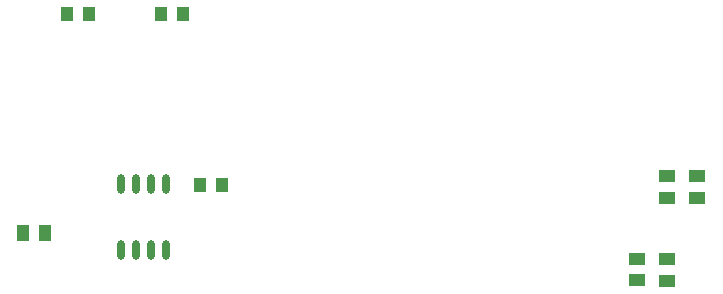
<source format=gbr>
%TF.GenerationSoftware,Altium Limited,Altium Designer,19.1.8 (144)*%
G04 Layer_Color=128*
%FSLAX26Y26*%
%MOIN*%
%TF.FileFunction,Paste,Bot*%
%TF.Part,Single*%
G01*
G75*
%TA.AperFunction,SMDPad,CuDef*%
%ADD10R,0.041339X0.055118*%
%ADD20R,0.041339X0.051181*%
%ADD21R,0.055118X0.041339*%
%ADD22O,0.025591X0.064961*%
D10*
X486417Y1070000D02*
D03*
X413583D02*
D03*
D20*
X632835Y1800000D02*
D03*
X560000D02*
D03*
X873583D02*
D03*
X946417D02*
D03*
X1003583Y1230000D02*
D03*
X1076417D02*
D03*
D21*
X2560000Y1261417D02*
D03*
Y1188583D02*
D03*
X2460000Y986417D02*
D03*
Y913583D02*
D03*
X2560000Y912165D02*
D03*
Y985000D02*
D03*
X2660000Y1187165D02*
D03*
Y1260000D02*
D03*
D22*
X740000Y1236220D02*
D03*
X790000D02*
D03*
X840000D02*
D03*
X790000Y1013779D02*
D03*
X840000D02*
D03*
X740000D02*
D03*
X890000Y1236220D02*
D03*
Y1013779D02*
D03*
%TF.MD5,3a76b4af3cc6786710f069ac2b06d335*%
M02*

</source>
